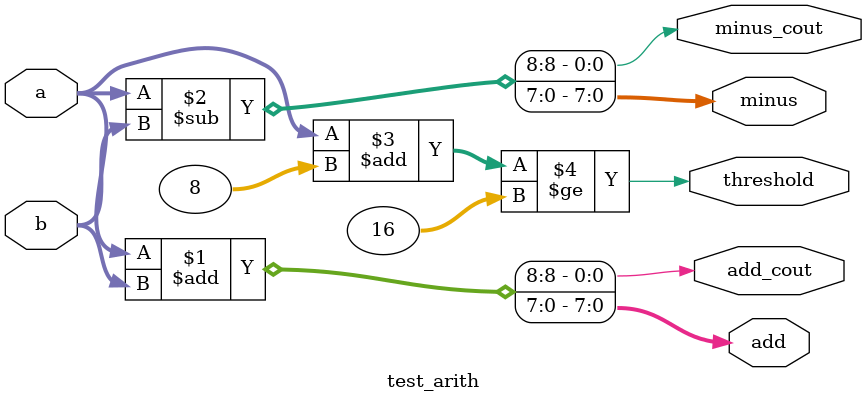
<source format=v>
module test_arith(
    input [7:0] a,
    input [7:0] b,
    output [7:0] add,
    output [0:0] add_cout,
    output [7:0] minus,
    output [0:0] minus_cout,
    output threshold
);

parameter INCREMENT = 8;
parameter THRESHOLD = 16;

assign {add_cout, add} = a + b;
assign {minus_cout, minus} = a - b;
assign threshold = (a + INCREMENT) >= THRESHOLD;

endmodule

</source>
